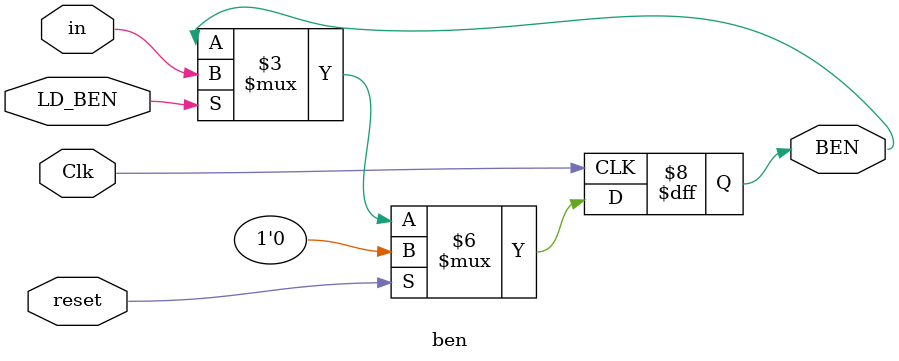
<source format=sv>
module register (input logic reset, LD_EN, Clk, input logic [15:0] in, output logic [15:0] out);

	always_ff @ (posedge Clk) 
	begin
		if(reset)
		   out <= 16'b0;
		else if(LD_EN)
		   out <= in;
		else
			out <= out;
	end
	
endmodule


module datapath(input logic GatePC, GateMDR, GateALU, GateMARMUX, input logic [15:0] MAR, MDR, ALU, PC, output logic [15:0] data);
	
	always_comb 
	begin
		if(GatePC)
			data = PC;
		else if(GateMDR)
			data = MDR;
		else if(GateALU)
			data = ALU;
		else if(GateMARMUX)
			data = MAR;
		else
			data = 16'b0;
	end
	
endmodule


module nzp(input logic n, z, p, Clk, reset, LD_CC, output logic N_out, Z_out, P_out);

   always_ff @(posedge Clk)
	begin
	  if(reset)
		begin
		   N_out <= 1'b0;
			P_out <= 1'b0;
         Z_out <= 1'b0;
		end
		else if(LD_CC)
		begin
			N_out <= n;
			Z_out <= z;
			P_out <= p;
		end
		else
		begin
			N_out <= N_out;
			Z_out <= Z_out;
			P_out <= P_out;
		end
	end

endmodule



//IR1: IR[11:9]
//IR2: IR[8:6]
//SR2: IR[2:0]
module reg_file(input logic Clk, LD_reg, DR, SR1, reset, input logic [2:0] IR1, IR2, SR2, input logic [15:0] bus, output logic [15:0] SR1_out, SR2_out);
   
	logic [15:0] R0_out, R1_out, R2_out, R3_out, R4_out, R5_out, R6_out, R7_out;
	logic LD_R0, LD_R1, LD_R2, LD_R3, LD_R4, LD_R5, LD_R6, LD_R7;
	logic [2:0] DR_in, SR1_in;
	logic w0, w1, w2, w3, w4, w5, w6, w7; 

	register R0(.reset(reset), .LD_EN(LD_R0 & LD_reg), .in(bus), .out(R0_out), .Clk(Clk));
	register R1(.reset(reset), .LD_EN(LD_R1 & LD_reg), .in(bus), .out(R1_out), .Clk(Clk));
	register R2(.reset(reset), .LD_EN(LD_R2 & LD_reg), .in(bus), .out(R2_out), .Clk(Clk));
	register R3(.reset(reset), .LD_EN(LD_R3 & LD_reg), .in(bus), .out(R3_out), .Clk(Clk));
	register R4(.reset(reset), .LD_EN(LD_R4 & LD_reg), .in(bus), .out(R4_out), .Clk(Clk));
	register R5(.reset(reset), .LD_EN(LD_R5 & LD_reg), .in(bus), .out(R5_out), .Clk(Clk));
	register R6(.reset(reset), .LD_EN(LD_R6 & LD_reg), .in(bus), .out(R6_out), .Clk(Clk));
	register R7(.reset(reset), .LD_EN(LD_R7 & LD_reg), .in(bus), .out(R7_out), .Clk(Clk));
	
	always_comb
	begin 
		if(DR)
		  DR_in = IR1;
		else
		  DR_in = 3'b111;
	end
	
	always_comb
	begin 
		if(!SR1)
		  SR1_in = IR1;
		else
		  SR1_in = IR2;
	end
	
//	assign w0 = 
//	assign w1 = LD_R1 & LD_reg;
//	assign w2 = LD_R2 & LD_reg;
//	assign w3 = LD_R3 & LD_reg;
//	assign w4 = LD_R4 & LD_reg;
//	assign w5 = LD_R5 & LD_reg;
//	assign w6 = LD_R6 & LD_reg;
//	assign w7 = LD_R7 & LD_reg;
	
	always_comb
	begin
		LD_R0 = 1'b0;
		LD_R1 = 1'b0;
		LD_R2 = 1'b0;
		LD_R3 = 1'b0;
		LD_R4 = 1'b0;
		LD_R5 = 1'b0;
		LD_R6 = 1'b0;
		LD_R7 = 1'b0;

	   case(DR_in)
			3'b000: LD_R0 = 1'b1;
			3'b001: LD_R1 = 1'b1;
			3'b010: LD_R2 = 1'b1;
			3'b011: LD_R3 = 1'b1;
			3'b100: LD_R4 = 1'b1;
			3'b101: LD_R5 = 1'b1;
			3'b110: LD_R6 = 1'b1;
			3'b111: LD_R7 = 1'b1;
		endcase
	end
	
	always_comb
	begin
		 case(SR1_in)
			3'b000: SR1_out = R0_out;
			3'b001: SR1_out = R1_out;
			3'b010: SR1_out = R2_out;
			3'b011: SR1_out = R3_out;
			3'b100: SR1_out = R4_out;
			3'b101: SR1_out = R5_out;
			3'b110: SR1_out = R6_out;
			3'b111: SR1_out = R7_out;
		endcase
	end
	
	always_comb
	begin
		 case(SR2)
			3'b000: SR2_out = R0_out;
			3'b001: SR2_out = R1_out;
			3'b010: SR2_out = R2_out;
			3'b011: SR2_out = R3_out;
			3'b100: SR2_out = R4_out;
			3'b101: SR2_out = R5_out;
			3'b110: SR2_out = R6_out;
			3'b111: SR2_out = R7_out;
		endcase
	end
	
endmodule


	
module ALU(input logic [1:0] ALUK, input logic[15:0] A, B, output logic[15:0] ALU_out);
	
	always_comb
	begin
		case(ALUK)
			2'b00: ALU_out = A + B;
			2'b01: ALU_out = A & B;
			2'b10: ALU_out = ~A;
			2'b11: ALU_out = A;
		endcase
	end

endmodule


module ben(input logic reset, LD_BEN, Clk, in, output logic BEN);
	
	always_ff @ (posedge Clk) 
	begin
		if(reset)
		   BEN <= 1'b0;
		else if(LD_BEN)
		   BEN <= in;
		else
			BEN <= BEN;
	end
	
endmodule



</source>
